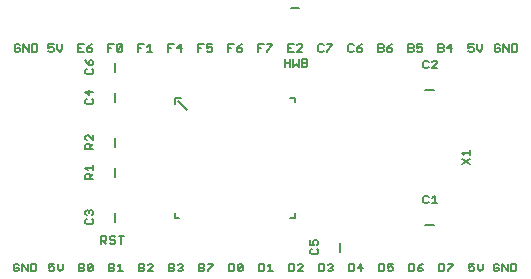
<source format=gto>
From 5e550fa2a08633dd2276be4839d6373112573fd4 Mon Sep 17 00:00:00 2001
From: Nicolas Schodet
Date: Thu, 18 Apr 2013 20:41:06 +0200
Subject: digital/cms-intro/pcb/order/dipole_2013-04-18: add order

---
 .../pcb/orders/dipole_2013-04-18/cms_intro_adc.GTO | 830 +++++++++++++++++++++
 1 file changed, 830 insertions(+)
 create mode 100644 digital/cms-intro/pcb/orders/dipole_2013-04-18/cms_intro_adc.GTO

(limited to 'digital/cms-intro/pcb/orders/dipole_2013-04-18/cms_intro_adc.GTO')

diff --git a/digital/cms-intro/pcb/orders/dipole_2013-04-18/cms_intro_adc.GTO b/digital/cms-intro/pcb/orders/dipole_2013-04-18/cms_intro_adc.GTO
new file mode 100644
index 00000000..99c48b36
--- /dev/null
+++ b/digital/cms-intro/pcb/orders/dipole_2013-04-18/cms_intro_adc.GTO
@@ -0,0 +1,830 @@
+G75*
+G70*
+%OFA0B0*%
+%FSLAX24Y24*%
+%IPPOS*%
+%LPD*%
+%AMOC8*
+5,1,8,0,0,1.08239X$1,22.5*
+%
+%ADD10C,0.0060*%
+%ADD11C,0.0080*%
+D10*
+X001233Y002996D02*
+X001319Y002996D01*
+X001363Y003039D01*
+X001363Y003126D01*
+X001276Y003126D01*
+X001189Y003213D02*
+X001189Y003039D01*
+X001233Y002996D01*
+X001189Y003213D02*
+X001233Y003256D01*
+X001319Y003256D01*
+X001363Y003213D01*
+X001484Y003256D02*
+X001658Y002996D01*
+X001658Y003256D01*
+X001779Y003256D02*
+X001779Y002996D01*
+X001909Y002996D01*
+X001952Y003039D01*
+X001952Y003213D01*
+X001909Y003256D01*
+X001779Y003256D01*
+X001484Y003256D02*
+X001484Y002996D01*
+X002359Y003039D02*
+X002402Y002996D01*
+X002489Y002996D01*
+X002533Y003039D01*
+X002533Y003126D01*
+X002489Y003170D01*
+X002446Y003170D01*
+X002359Y003126D01*
+X002359Y003256D01*
+X002533Y003256D01*
+X002654Y003256D02*
+X002654Y003083D01*
+X002740Y002996D01*
+X002827Y003083D01*
+X002827Y003256D01*
+X003359Y003256D02*
+X003359Y002996D01*
+X003489Y002996D01*
+X003533Y003039D01*
+X003533Y003083D01*
+X003489Y003126D01*
+X003359Y003126D01*
+X003489Y003126D02*
+X003533Y003170D01*
+X003533Y003213D01*
+X003489Y003256D01*
+X003359Y003256D01*
+X003654Y003213D02*
+X003654Y003039D01*
+X003827Y003213D01*
+X003827Y003039D01*
+X003784Y002996D01*
+X003697Y002996D01*
+X003654Y003039D01*
+X003654Y003213D02*
+X003697Y003256D01*
+X003784Y003256D01*
+X003827Y003213D01*
+X004359Y003256D02*
+X004359Y002996D01*
+X004489Y002996D01*
+X004533Y003039D01*
+X004533Y003083D01*
+X004489Y003126D01*
+X004359Y003126D01*
+X004489Y003126D02*
+X004533Y003170D01*
+X004533Y003213D01*
+X004489Y003256D01*
+X004359Y003256D01*
+X004654Y003170D02*
+X004740Y003256D01*
+X004740Y002996D01*
+X004654Y002996D02*
+X004827Y002996D01*
+X005359Y002996D02*
+X005489Y002996D01*
+X005533Y003039D01*
+X005533Y003083D01*
+X005489Y003126D01*
+X005359Y003126D01*
+X005359Y002996D02*
+X005359Y003256D01*
+X005489Y003256D01*
+X005533Y003213D01*
+X005533Y003170D01*
+X005489Y003126D01*
+X005654Y003213D02*
+X005697Y003256D01*
+X005784Y003256D01*
+X005827Y003213D01*
+X005827Y003170D01*
+X005654Y002996D01*
+X005827Y002996D01*
+X006359Y002996D02*
+X006489Y002996D01*
+X006533Y003039D01*
+X006533Y003083D01*
+X006489Y003126D01*
+X006359Y003126D01*
+X006359Y002996D02*
+X006359Y003256D01*
+X006489Y003256D01*
+X006533Y003213D01*
+X006533Y003170D01*
+X006489Y003126D01*
+X006654Y003039D02*
+X006697Y002996D01*
+X006784Y002996D01*
+X006827Y003039D01*
+X006827Y003083D01*
+X006784Y003126D01*
+X006740Y003126D01*
+X006784Y003126D02*
+X006827Y003170D01*
+X006827Y003213D01*
+X006784Y003256D01*
+X006697Y003256D01*
+X006654Y003213D01*
+X007359Y003256D02*
+X007359Y002996D01*
+X007489Y002996D01*
+X007533Y003039D01*
+X007533Y003083D01*
+X007489Y003126D01*
+X007359Y003126D01*
+X007489Y003126D02*
+X007533Y003170D01*
+X007533Y003213D01*
+X007489Y003256D01*
+X007359Y003256D01*
+X007654Y003256D02*
+X007827Y003256D01*
+X007827Y003213D01*
+X007654Y003039D01*
+X007654Y002996D01*
+X008359Y002996D02*
+X008489Y002996D01*
+X008533Y003039D01*
+X008533Y003213D01*
+X008489Y003256D01*
+X008359Y003256D01*
+X008359Y002996D01*
+X008654Y003039D02*
+X008827Y003213D01*
+X008827Y003039D01*
+X008784Y002996D01*
+X008697Y002996D01*
+X008654Y003039D01*
+X008654Y003213D01*
+X008697Y003256D01*
+X008784Y003256D01*
+X008827Y003213D01*
+X009359Y003256D02*
+X009359Y002996D01*
+X009489Y002996D01*
+X009533Y003039D01*
+X009533Y003213D01*
+X009489Y003256D01*
+X009359Y003256D01*
+X009654Y003170D02*
+X009740Y003256D01*
+X009740Y002996D01*
+X009654Y002996D02*
+X009827Y002996D01*
+X010359Y002996D02*
+X010489Y002996D01*
+X010533Y003039D01*
+X010533Y003213D01*
+X010489Y003256D01*
+X010359Y003256D01*
+X010359Y002996D01*
+X010654Y002996D02*
+X010827Y003170D01*
+X010827Y003213D01*
+X010784Y003256D01*
+X010697Y003256D01*
+X010654Y003213D01*
+X010654Y002996D02*
+X010827Y002996D01*
+X011359Y002996D02*
+X011489Y002996D01*
+X011533Y003039D01*
+X011533Y003213D01*
+X011489Y003256D01*
+X011359Y003256D01*
+X011359Y002996D01*
+X011654Y003039D02*
+X011697Y002996D01*
+X011784Y002996D01*
+X011827Y003039D01*
+X011827Y003083D01*
+X011784Y003126D01*
+X011740Y003126D01*
+X011784Y003126D02*
+X011827Y003170D01*
+X011827Y003213D01*
+X011784Y003256D01*
+X011697Y003256D01*
+X011654Y003213D01*
+X011295Y003566D02*
+X011121Y003566D01*
+X011078Y003609D01*
+X011078Y003696D01*
+X011121Y003740D01*
+X011078Y003861D02*
+X011208Y003861D01*
+X011165Y003948D01*
+X011165Y003991D01*
+X011208Y004034D01*
+X011295Y004034D01*
+X011338Y003991D01*
+X011338Y003904D01*
+X011295Y003861D01*
+X011295Y003740D02*
+X011338Y003696D01*
+X011338Y003609D01*
+X011295Y003566D01*
+X011078Y003861D02*
+X011078Y004034D01*
+X012359Y003256D02*
+X012359Y002996D01*
+X012489Y002996D01*
+X012533Y003039D01*
+X012533Y003213D01*
+X012489Y003256D01*
+X012359Y003256D01*
+X012654Y003126D02*
+X012827Y003126D01*
+X012784Y002996D02*
+X012784Y003256D01*
+X012654Y003126D01*
+X013359Y002996D02*
+X013489Y002996D01*
+X013533Y003039D01*
+X013533Y003213D01*
+X013489Y003256D01*
+X013359Y003256D01*
+X013359Y002996D01*
+X013654Y003039D02*
+X013697Y002996D01*
+X013784Y002996D01*
+X013827Y003039D01*
+X013827Y003126D01*
+X013784Y003170D01*
+X013740Y003170D01*
+X013654Y003126D01*
+X013654Y003256D01*
+X013827Y003256D01*
+X014359Y003256D02*
+X014359Y002996D01*
+X014489Y002996D01*
+X014533Y003039D01*
+X014533Y003213D01*
+X014489Y003256D01*
+X014359Y003256D01*
+X014654Y003126D02*
+X014654Y003039D01*
+X014697Y002996D01*
+X014784Y002996D01*
+X014827Y003039D01*
+X014827Y003083D01*
+X014784Y003126D01*
+X014654Y003126D01*
+X014740Y003213D01*
+X014827Y003256D01*
+X015359Y003256D02*
+X015359Y002996D01*
+X015489Y002996D01*
+X015533Y003039D01*
+X015533Y003213D01*
+X015489Y003256D01*
+X015359Y003256D01*
+X015654Y003256D02*
+X015827Y003256D01*
+X015827Y003213D01*
+X015654Y003039D01*
+X015654Y002996D01*
+X016359Y003039D02*
+X016402Y002996D01*
+X016489Y002996D01*
+X016533Y003039D01*
+X016533Y003126D01*
+X016489Y003170D01*
+X016446Y003170D01*
+X016359Y003126D01*
+X016359Y003256D01*
+X016533Y003256D01*
+X016654Y003256D02*
+X016654Y003083D01*
+X016740Y002996D01*
+X016827Y003083D01*
+X016827Y003256D01*
+X017189Y003213D02*
+X017189Y003039D01*
+X017233Y002996D01*
+X017319Y002996D01*
+X017363Y003039D01*
+X017363Y003126D01*
+X017276Y003126D01*
+X017189Y003213D02*
+X017233Y003256D01*
+X017319Y003256D01*
+X017363Y003213D01*
+X017484Y003256D02*
+X017484Y002996D01*
+X017658Y002996D02*
+X017484Y003256D01*
+X017658Y003256D02*
+X017658Y002996D01*
+X017779Y002996D02*
+X017909Y002996D01*
+X017952Y003039D01*
+X017952Y003213D01*
+X017909Y003256D01*
+X017779Y003256D01*
+X017779Y002996D01*
+X015316Y005266D02*
+X015143Y005266D01*
+X015230Y005266D02*
+X015230Y005526D01*
+X015143Y005440D01*
+X015022Y005483D02*
+X014978Y005526D01*
+X014892Y005526D01*
+X014848Y005483D01*
+X014848Y005309D01*
+X014892Y005266D01*
+X014978Y005266D01*
+X015022Y005309D01*
+X016128Y006566D02*
+X016388Y006740D01*
+X016388Y006861D02*
+X016388Y007034D01*
+X016388Y006948D02*
+X016128Y006948D01*
+X016215Y006861D01*
+X016128Y006740D02*
+X016388Y006566D01*
+X015316Y009766D02*
+X015143Y009766D01*
+X015316Y009940D01*
+X015316Y009983D01*
+X015273Y010026D01*
+X015186Y010026D01*
+X015143Y009983D01*
+X015022Y009983D02*
+X014978Y010026D01*
+X014892Y010026D01*
+X014848Y009983D01*
+X014848Y009809D01*
+X014892Y009766D01*
+X014978Y009766D01*
+X015022Y009809D01*
+X014773Y010316D02*
+X014686Y010316D01*
+X014643Y010359D01*
+X014643Y010446D02*
+X014730Y010490D01*
+X014773Y010490D01*
+X014816Y010446D01*
+X014816Y010359D01*
+X014773Y010316D01*
+X014643Y010446D02*
+X014643Y010576D01*
+X014816Y010576D01*
+X014522Y010533D02*
+X014522Y010490D01*
+X014478Y010446D01*
+X014348Y010446D01*
+X014348Y010316D02*
+X014478Y010316D01*
+X014522Y010359D01*
+X014522Y010403D01*
+X014478Y010446D01*
+X014522Y010533D02*
+X014478Y010576D01*
+X014348Y010576D01*
+X014348Y010316D01*
+X013816Y010359D02*
+X013773Y010316D01*
+X013686Y010316D01*
+X013643Y010359D01*
+X013643Y010446D01*
+X013773Y010446D01*
+X013816Y010403D01*
+X013816Y010359D01*
+X013643Y010446D02*
+X013730Y010533D01*
+X013816Y010576D01*
+X013522Y010533D02*
+X013522Y010490D01*
+X013478Y010446D01*
+X013348Y010446D01*
+X013348Y010316D02*
+X013478Y010316D01*
+X013522Y010359D01*
+X013522Y010403D01*
+X013478Y010446D01*
+X013522Y010533D02*
+X013478Y010576D01*
+X013348Y010576D01*
+X013348Y010316D01*
+X012816Y010359D02*
+X012773Y010316D01*
+X012686Y010316D01*
+X012643Y010359D01*
+X012643Y010446D01*
+X012773Y010446D01*
+X012816Y010403D01*
+X012816Y010359D01*
+X012643Y010446D02*
+X012730Y010533D01*
+X012816Y010576D01*
+X012522Y010533D02*
+X012478Y010576D01*
+X012392Y010576D01*
+X012348Y010533D01*
+X012348Y010359D01*
+X012392Y010316D01*
+X012478Y010316D01*
+X012522Y010359D01*
+X011816Y010533D02*
+X011643Y010359D01*
+X011643Y010316D01*
+X011522Y010359D02*
+X011478Y010316D01*
+X011392Y010316D01*
+X011348Y010359D01*
+X011348Y010533D01*
+X011392Y010576D01*
+X011478Y010576D01*
+X011522Y010533D01*
+X011643Y010576D02*
+X011816Y010576D01*
+X011816Y010533D01*
+X010986Y010033D02*
+X010986Y009990D01*
+X010943Y009946D01*
+X010813Y009946D01*
+X010943Y009946D02*
+X010986Y009903D01*
+X010986Y009859D01*
+X010943Y009816D01*
+X010813Y009816D01*
+X010813Y010076D01*
+X010943Y010076D01*
+X010986Y010033D01*
+X010691Y010076D02*
+X010691Y009816D01*
+X010605Y009903D01*
+X010518Y009816D01*
+X010518Y010076D01*
+X010397Y010076D02*
+X010397Y009816D01*
+X010397Y009946D02*
+X010223Y009946D01*
+X010223Y009816D02*
+X010223Y010076D01*
+X010348Y010316D02*
+X010522Y010316D01*
+X010643Y010316D02*
+X010816Y010490D01*
+X010816Y010533D01*
+X010773Y010576D01*
+X010686Y010576D01*
+X010643Y010533D01*
+X010522Y010576D02*
+X010348Y010576D01*
+X010348Y010316D01*
+X010348Y010446D02*
+X010435Y010446D01*
+X010643Y010316D02*
+X010816Y010316D01*
+X009816Y010533D02*
+X009643Y010359D01*
+X009643Y010316D01*
+X009435Y010446D02*
+X009348Y010446D01*
+X009348Y010316D02*
+X009348Y010576D01*
+X009522Y010576D01*
+X009643Y010576D02*
+X009816Y010576D01*
+X009816Y010533D01*
+X008816Y010576D02*
+X008730Y010533D01*
+X008643Y010446D01*
+X008773Y010446D01*
+X008816Y010403D01*
+X008816Y010359D01*
+X008773Y010316D01*
+X008686Y010316D01*
+X008643Y010359D01*
+X008643Y010446D01*
+X008522Y010576D02*
+X008348Y010576D01*
+X008348Y010316D01*
+X008348Y010446D02*
+X008435Y010446D01*
+X007816Y010446D02*
+X007816Y010359D01*
+X007773Y010316D01*
+X007686Y010316D01*
+X007643Y010359D01*
+X007643Y010446D02*
+X007730Y010490D01*
+X007773Y010490D01*
+X007816Y010446D01*
+X007816Y010576D02*
+X007643Y010576D01*
+X007643Y010446D01*
+X007522Y010576D02*
+X007348Y010576D01*
+X007348Y010316D01*
+X007348Y010446D02*
+X007435Y010446D01*
+X006816Y010446D02*
+X006643Y010446D01*
+X006773Y010576D01*
+X006773Y010316D01*
+X006522Y010576D02*
+X006348Y010576D01*
+X006348Y010316D01*
+X006348Y010446D02*
+X006435Y010446D01*
+X005816Y010316D02*
+X005643Y010316D01*
+X005730Y010316D02*
+X005730Y010576D01*
+X005643Y010490D01*
+X005522Y010576D02*
+X005348Y010576D01*
+X005348Y010316D01*
+X005348Y010446D02*
+X005435Y010446D01*
+X004816Y010359D02*
+X004773Y010316D01*
+X004686Y010316D01*
+X004643Y010359D01*
+X004816Y010533D01*
+X004816Y010359D01*
+X004643Y010359D02*
+X004643Y010533D01*
+X004686Y010576D01*
+X004773Y010576D01*
+X004816Y010533D01*
+X004522Y010576D02*
+X004348Y010576D01*
+X004348Y010316D01*
+X004348Y010446D02*
+X004435Y010446D01*
+X003816Y010403D02*
+X003773Y010446D01*
+X003643Y010446D01*
+X003643Y010359D01*
+X003686Y010316D01*
+X003773Y010316D01*
+X003816Y010359D01*
+X003816Y010403D01*
+X003730Y010533D02*
+X003643Y010446D01*
+X003730Y010533D02*
+X003816Y010576D01*
+X003522Y010576D02*
+X003348Y010576D01*
+X003348Y010316D01*
+X003522Y010316D01*
+X003435Y010446D02*
+X003348Y010446D01*
+X002816Y010403D02*
+X002816Y010576D01*
+X002643Y010576D02*
+X002643Y010403D01*
+X002730Y010316D01*
+X002816Y010403D01*
+X002522Y010446D02*
+X002522Y010359D01*
+X002478Y010316D01*
+X002392Y010316D01*
+X002348Y010359D01*
+X002348Y010446D02*
+X002435Y010490D01*
+X002478Y010490D01*
+X002522Y010446D01*
+X002522Y010576D02*
+X002348Y010576D01*
+X002348Y010446D01*
+X001986Y010359D02*
+X001943Y010316D01*
+X001813Y010316D01*
+X001813Y010576D01*
+X001943Y010576D01*
+X001986Y010533D01*
+X001986Y010359D01*
+X001691Y010316D02*
+X001691Y010576D01*
+X001518Y010576D02*
+X001691Y010316D01*
+X001518Y010316D02*
+X001518Y010576D01*
+X001397Y010533D02*
+X001353Y010576D01*
+X001267Y010576D01*
+X001223Y010533D01*
+X001223Y010359D01*
+X001267Y010316D01*
+X001353Y010316D01*
+X001397Y010359D01*
+X001397Y010446D01*
+X001310Y010446D01*
+X003578Y010034D02*
+X003621Y009948D01*
+X003708Y009861D01*
+X003708Y009991D01*
+X003752Y010034D01*
+X003795Y010034D01*
+X003838Y009991D01*
+X003838Y009904D01*
+X003795Y009861D01*
+X003708Y009861D01*
+X003621Y009740D02*
+X003578Y009696D01*
+X003578Y009609D01*
+X003621Y009566D01*
+X003795Y009566D01*
+X003838Y009609D01*
+X003838Y009696D01*
+X003795Y009740D01*
+X003708Y009034D02*
+X003708Y008861D01*
+X003578Y008991D01*
+X003838Y008991D01*
+X003795Y008740D02*
+X003838Y008696D01*
+X003838Y008609D01*
+X003795Y008566D01*
+X003621Y008566D01*
+X003578Y008609D01*
+X003578Y008696D01*
+X003621Y008740D01*
+X003621Y007534D02*
+X003578Y007491D01*
+X003578Y007404D01*
+X003621Y007361D01*
+X003621Y007240D02*
+X003708Y007240D01*
+X003752Y007196D01*
+X003752Y007066D01*
+X003838Y007066D02*
+X003578Y007066D01*
+X003578Y007196D01*
+X003621Y007240D01*
+X003752Y007153D02*
+X003838Y007240D01*
+X003838Y007361D02*
+X003665Y007534D01*
+X003621Y007534D01*
+X003838Y007534D02*
+X003838Y007361D01*
+X003838Y006534D02*
+X003838Y006361D01*
+X003838Y006448D02*
+X003578Y006448D01*
+X003665Y006361D01*
+X003708Y006240D02*
+X003752Y006196D01*
+X003752Y006066D01*
+X003838Y006066D02*
+X003578Y006066D01*
+X003578Y006196D01*
+X003621Y006240D01*
+X003708Y006240D01*
+X003752Y006153D02*
+X003838Y006240D01*
+X003795Y005034D02*
+X003838Y004991D01*
+X003838Y004904D01*
+X003795Y004861D01*
+X003795Y004740D02*
+X003838Y004696D01*
+X003838Y004609D01*
+X003795Y004566D01*
+X003621Y004566D01*
+X003578Y004609D01*
+X003578Y004696D01*
+X003621Y004740D01*
+X003621Y004861D02*
+X003578Y004904D01*
+X003578Y004991D01*
+X003621Y005034D01*
+X003665Y005034D01*
+X003708Y004991D01*
+X003752Y005034D01*
+X003795Y005034D01*
+X003708Y004991D02*
+X003708Y004948D01*
+X004098Y004176D02*
+X004228Y004176D01*
+X004272Y004133D01*
+X004272Y004046D01*
+X004228Y004003D01*
+X004098Y004003D01*
+X004098Y003916D02*
+X004098Y004176D01*
+X004185Y004003D02*
+X004272Y003916D01*
+X004393Y003959D02*
+X004436Y003916D01*
+X004523Y003916D01*
+X004566Y003959D01*
+X004566Y004003D01*
+X004523Y004046D01*
+X004436Y004046D01*
+X004393Y004090D01*
+X004393Y004133D01*
+X004436Y004176D01*
+X004523Y004176D01*
+X004566Y004133D01*
+X004688Y004176D02*
+X004861Y004176D01*
+X004774Y004176D02*
+X004774Y003916D01*
+X015348Y010316D02*
+X015478Y010316D01*
+X015522Y010359D01*
+X015522Y010403D01*
+X015478Y010446D01*
+X015348Y010446D01*
+X015348Y010316D02*
+X015348Y010576D01*
+X015478Y010576D01*
+X015522Y010533D01*
+X015522Y010490D01*
+X015478Y010446D01*
+X015643Y010446D02*
+X015816Y010446D01*
+X015773Y010316D02*
+X015773Y010576D01*
+X015643Y010446D01*
+X016348Y010446D02*
+X016435Y010490D01*
+X016478Y010490D01*
+X016522Y010446D01*
+X016522Y010359D01*
+X016478Y010316D01*
+X016392Y010316D01*
+X016348Y010359D01*
+X016348Y010446D02*
+X016348Y010576D01*
+X016522Y010576D01*
+X016643Y010576D02*
+X016643Y010403D01*
+X016730Y010316D01*
+X016816Y010403D01*
+X016816Y010576D01*
+X017223Y010533D02*
+X017223Y010359D01*
+X017267Y010316D01*
+X017353Y010316D01*
+X017397Y010359D01*
+X017397Y010446D01*
+X017310Y010446D01*
+X017223Y010533D02*
+X017267Y010576D01*
+X017353Y010576D01*
+X017397Y010533D01*
+X017518Y010576D02*
+X017691Y010316D01*
+X017691Y010576D01*
+X017813Y010576D02*
+X017943Y010576D01*
+X017986Y010533D01*
+X017986Y010359D01*
+X017943Y010316D01*
+X017813Y010316D01*
+X017813Y010576D01*
+X017518Y010576D02*
+X017518Y010316D01*
+D11*
+X015218Y009036D02*
+X014918Y009036D01*
+X010693Y011786D02*
+X010443Y011786D01*
+X010418Y008786D02*
+X010568Y008786D01*
+X010568Y008636D01*
+X006968Y008386D02*
+X006668Y008686D01*
+X006568Y008586D02*
+X006568Y008786D01*
+X006768Y008786D01*
+X004568Y008936D02*
+X004568Y008636D01*
+X004568Y009636D02*
+X004568Y009936D01*
+X004568Y007436D02*
+X004568Y007136D01*
+X004568Y006436D02*
+X004568Y006136D01*
+X004568Y004936D02*
+X004568Y004636D01*
+X006568Y004786D02*
+X006718Y004786D01*
+X006568Y004786D02*
+X006568Y004936D01*
+X010418Y004786D02*
+X010568Y004786D01*
+X010568Y004936D01*
+X012068Y003936D02*
+X012068Y003636D01*
+X014918Y004536D02*
+X015218Y004536D01*
+M02*
-- 
cgit v1.2.3


</source>
